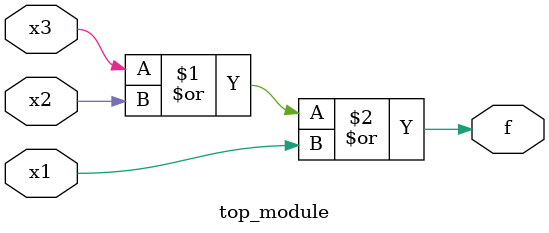
<source format=v>
module top_module( 
    input x3,
    input x2,
    input x1,  // three inputs
    output f   // one output
);

    // OR gate: A + B + C = 1 if any of A, B, or C are 1
    assign f = (x3 | x2 | x1);

endmodule
</source>
